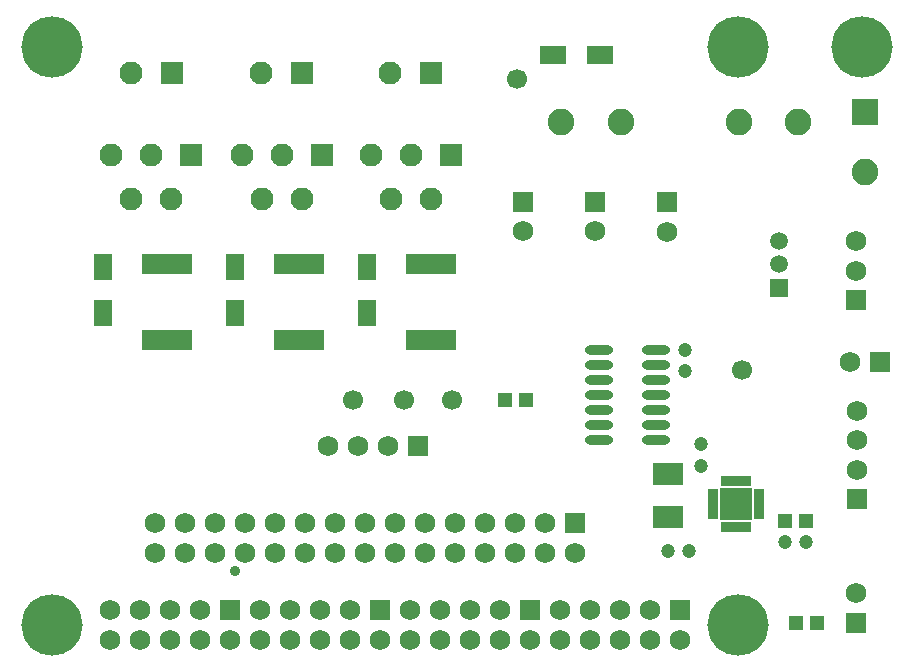
<source format=gts>
%FSLAX25Y25*%
%MOIN*%
G70*
G01*
G75*
G04 Layer_Color=8388736*
%ADD10C,0.00787*%
%ADD11C,0.01575*%
%ADD12C,0.02756*%
%ADD13C,0.03150*%
%ADD14C,0.01969*%
%ADD15C,0.01181*%
%ADD16C,0.03937*%
%ADD17C,0.02362*%
%ADD18C,0.05906*%
%ADD19R,0.03937X0.03937*%
%ADD20O,0.08661X0.02362*%
%ADD21C,0.03937*%
%ADD22R,0.09449X0.06693*%
%ADD23R,0.15748X0.06299*%
%ADD24R,0.07874X0.05512*%
%ADD25R,0.05512X0.07874*%
%ADD26R,0.01181X0.02874*%
%ADD27R,0.02874X0.01181*%
%ADD28R,0.09843X0.09843*%
%ADD29C,0.05906*%
%ADD30R,0.05118X0.05118*%
%ADD31C,0.05118*%
%ADD32R,0.06890X0.06890*%
%ADD33C,0.06890*%
%ADD34C,0.06102*%
%ADD35R,0.06102X0.06102*%
%ADD36R,0.06102X0.06102*%
%ADD37R,0.06102X0.06000*%
%ADD38C,0.19685*%
%ADD39R,0.08071X0.08071*%
%ADD40C,0.08071*%
%ADD41C,0.02756*%
%ADD42C,0.02362*%
%ADD43R,0.10039X0.11614*%
%ADD44R,0.03937X0.03937*%
%ADD45R,0.08976X0.07480*%
%ADD46R,0.02362X0.05512*%
%ADD47R,0.08583X0.06378*%
%ADD48O,0.07008X0.02362*%
%ADD49R,0.07087X0.05906*%
%ADD50C,0.01000*%
%ADD51C,0.00984*%
%ADD52C,0.00591*%
%ADD53C,0.06693*%
%ADD54R,0.04724X0.04724*%
%ADD55O,0.09449X0.03150*%
%ADD56C,0.04724*%
%ADD57R,0.10236X0.07480*%
%ADD58R,0.16535X0.07087*%
%ADD59R,0.08661X0.06299*%
%ADD60R,0.06299X0.08661*%
%ADD61R,0.01969X0.03661*%
%ADD62R,0.03661X0.01969*%
%ADD63R,0.10630X0.10630*%
%ADD64R,0.05906X0.05906*%
%ADD65R,0.07677X0.07677*%
%ADD66C,0.07677*%
%ADD67R,0.06890X0.06890*%
%ADD68R,0.06890X0.06787*%
%ADD69C,0.20472*%
%ADD70R,0.08858X0.08858*%
%ADD71C,0.08858*%
%ADD72C,0.03543*%
D18*
X256000Y139126D02*
D03*
Y147000D02*
D03*
D32*
X135500Y78500D02*
D03*
X188000Y53000D02*
D03*
X72953Y23779D02*
D03*
X122953D02*
D03*
X222953D02*
D03*
X289500Y106500D02*
D03*
D33*
X105500Y78500D02*
D03*
X115500D02*
D03*
X125500D02*
D03*
X281500Y146843D02*
D03*
Y137000D02*
D03*
X98000Y53000D02*
D03*
Y43000D02*
D03*
X108000Y53000D02*
D03*
Y43000D02*
D03*
X118000Y53000D02*
D03*
Y43000D02*
D03*
X188000D02*
D03*
X178000D02*
D03*
X168000D02*
D03*
X148000D02*
D03*
X158000D02*
D03*
Y53000D02*
D03*
X148000D02*
D03*
X168000D02*
D03*
X178000D02*
D03*
X138000D02*
D03*
Y43000D02*
D03*
X128000D02*
D03*
Y53000D02*
D03*
X88000D02*
D03*
Y43000D02*
D03*
X78000D02*
D03*
Y53000D02*
D03*
X68000Y43000D02*
D03*
Y53000D02*
D03*
X58000Y43000D02*
D03*
Y53000D02*
D03*
X48000Y43000D02*
D03*
Y53000D02*
D03*
X32953Y13780D02*
D03*
Y23779D02*
D03*
X42953Y13780D02*
D03*
Y23779D02*
D03*
X52953Y13780D02*
D03*
Y23779D02*
D03*
X62953Y13780D02*
D03*
Y23779D02*
D03*
X72953Y13780D02*
D03*
X82953Y23779D02*
D03*
Y13780D02*
D03*
X92953Y23779D02*
D03*
Y13780D02*
D03*
X102953Y23779D02*
D03*
Y13780D02*
D03*
X112953Y23779D02*
D03*
Y13780D02*
D03*
X122953D02*
D03*
X132953Y23779D02*
D03*
Y13780D02*
D03*
X142953Y23779D02*
D03*
Y13780D02*
D03*
X152953D02*
D03*
Y23779D02*
D03*
X162953Y13780D02*
D03*
Y23779D02*
D03*
X172953Y13780D02*
D03*
X182953D02*
D03*
Y23779D02*
D03*
X192953Y13780D02*
D03*
Y23779D02*
D03*
X202953Y13780D02*
D03*
X212953D02*
D03*
X202953Y23779D02*
D03*
X212953D02*
D03*
X222953Y13780D02*
D03*
X281500Y29500D02*
D03*
X282000Y90342D02*
D03*
Y80500D02*
D03*
Y70657D02*
D03*
X218500Y150000D02*
D03*
X194500Y150157D02*
D03*
X170500D02*
D03*
X279500Y106500D02*
D03*
D53*
X168500Y201000D02*
D03*
X243500Y104000D02*
D03*
X114000Y94000D02*
D03*
X131000D02*
D03*
X147000D02*
D03*
D54*
X268543Y19500D02*
D03*
X261457D02*
D03*
X171543Y94000D02*
D03*
X164457D02*
D03*
X257957Y53500D02*
D03*
X265043D02*
D03*
D55*
X196051Y110500D02*
D03*
Y105500D02*
D03*
Y100500D02*
D03*
Y95500D02*
D03*
Y90500D02*
D03*
Y85500D02*
D03*
Y80500D02*
D03*
X214949Y110500D02*
D03*
Y105500D02*
D03*
Y100500D02*
D03*
Y95500D02*
D03*
Y90500D02*
D03*
Y85500D02*
D03*
Y80500D02*
D03*
D56*
X224500Y103457D02*
D03*
Y110543D02*
D03*
X257957Y46500D02*
D03*
X265043D02*
D03*
X226043Y43500D02*
D03*
X218957D02*
D03*
X230000Y79043D02*
D03*
Y71957D02*
D03*
D57*
X219000Y54716D02*
D03*
Y69283D02*
D03*
D58*
X140000Y113902D02*
D03*
Y139098D02*
D03*
X96000Y113902D02*
D03*
Y139098D02*
D03*
X52000Y113902D02*
D03*
Y139098D02*
D03*
D59*
X196236Y209000D02*
D03*
X180764D02*
D03*
D60*
X30500Y138236D02*
D03*
Y122764D02*
D03*
X74500Y138236D02*
D03*
Y122764D02*
D03*
X118500Y138236D02*
D03*
Y122764D02*
D03*
D61*
X245500Y66972D02*
D03*
X243531D02*
D03*
X241563D02*
D03*
X239595D02*
D03*
X237626D02*
D03*
Y51500D02*
D03*
X239595D02*
D03*
X241563D02*
D03*
X243531D02*
D03*
X245500D02*
D03*
D62*
X233827Y63173D02*
D03*
Y61205D02*
D03*
Y59236D02*
D03*
Y57268D02*
D03*
Y55299D02*
D03*
X249299D02*
D03*
Y57268D02*
D03*
Y59236D02*
D03*
Y61205D02*
D03*
Y63173D02*
D03*
D63*
X241563Y59236D02*
D03*
D64*
X256000Y131252D02*
D03*
D65*
X53583Y203000D02*
D03*
X60079Y175567D02*
D03*
X103579D02*
D03*
X146579D02*
D03*
X97083Y203031D02*
D03*
X140083D02*
D03*
D66*
X39803Y203000D02*
D03*
X33307Y175567D02*
D03*
X40000Y161000D02*
D03*
X46693Y175567D02*
D03*
X53386Y161000D02*
D03*
X76807Y175567D02*
D03*
X83500Y161000D02*
D03*
X90193Y175567D02*
D03*
X96886Y161000D02*
D03*
X119807Y175567D02*
D03*
X126500Y161000D02*
D03*
X133193Y175567D02*
D03*
X139886Y161000D02*
D03*
X83303Y203031D02*
D03*
X126303D02*
D03*
D67*
X281500Y127157D02*
D03*
Y19658D02*
D03*
X282000Y60815D02*
D03*
X218500Y159843D02*
D03*
X194500Y160000D02*
D03*
X170500D02*
D03*
D68*
X172953Y23779D02*
D03*
D69*
X13780Y18779D02*
D03*
Y211693D02*
D03*
X283465D02*
D03*
X242126Y18779D02*
D03*
Y211693D02*
D03*
D70*
X284500Y190000D02*
D03*
D71*
Y170000D02*
D03*
X262185Y186500D02*
D03*
X242500D02*
D03*
X183445D02*
D03*
X203130D02*
D03*
D72*
X74500Y37000D02*
D03*
M02*

</source>
